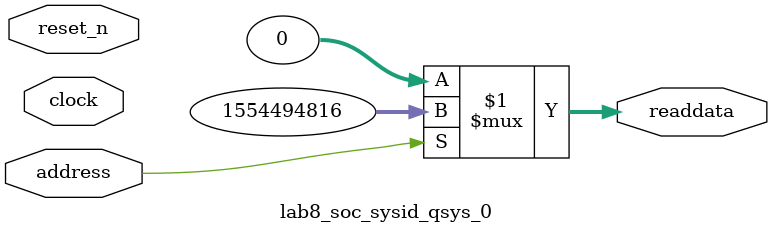
<source format=v>



// synthesis translate_off
`timescale 1ns / 1ps
// synthesis translate_on

// turn off superfluous verilog processor warnings 
// altera message_level Level1 
// altera message_off 10034 10035 10036 10037 10230 10240 10030 

module lab8_soc_sysid_qsys_0 (
               // inputs:
                address,
                clock,
                reset_n,

               // outputs:
                readdata
             )
;

  output  [ 31: 0] readdata;
  input            address;
  input            clock;
  input            reset_n;

  wire    [ 31: 0] readdata;
  //control_slave, which is an e_avalon_slave
  assign readdata = address ? 1554494816 : 0;

endmodule



</source>
